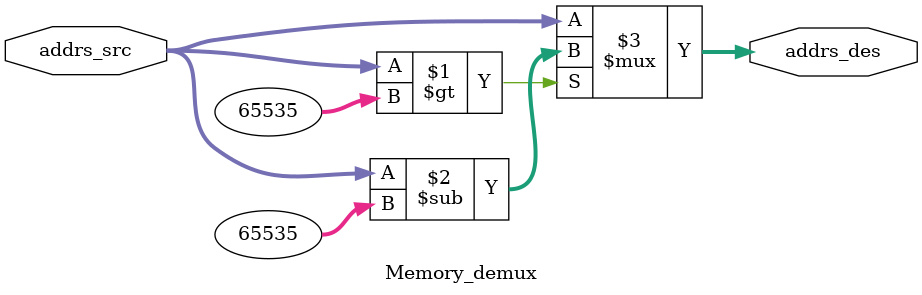
<source format=v>
/*
done by:  Omar Haroun
Date:     28/10/2023 - 8:48 PM
Function: demultiplexer for data memory 
*/
//////////////////////////////////////////////////////////////////////////////////////////


module Memory_demux(addrs_src,addrs_des) ; 
input[31:0] addrs_src ; 
output[31:0] addrs_des; 

assign addrs_des = (addrs_src>32'h0000FFFF) ? (addrs_src - 32'h0000FFFF) : addrs_src ;


 
endmodule

</source>
